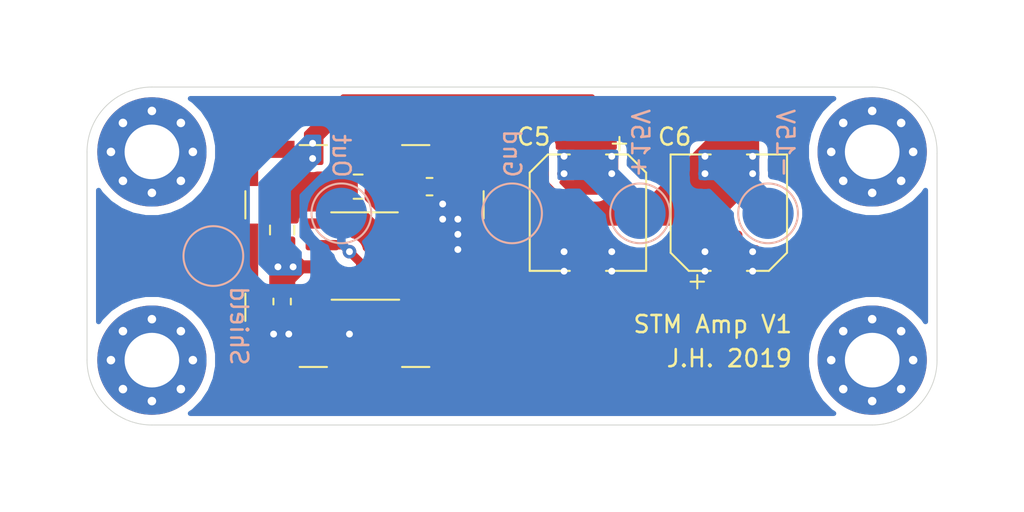
<source format=kicad_pcb>
(kicad_pcb (version 20240108) (generator "pcbnew") (generator_version "8.0")
  (layers (0 "F.Cu" signal) (31 "B.Cu" signal) (34 "B.Paste" user) (35 "F.Paste" user) (36 "B.SilkS" user "B.Silkscreen") (37 "F.SilkS" user "F.Silkscreen") (38 "B.Mask" user) (39 "F.Mask" user) (44 "Edge.Cuts" user))
  (net 0 "")
  (net 1 "GND")
  (net 2 "+15V")
  (net 3 "-15V")
  (net 4 "/in")
  (net 5 "/out")
  (footprint "Capacitor_SMD:CP_Elec_6.3x5.4" (layer "F.Cu") (at 116.845 122.575 -90)
    (property "Reference" "C5" (at -4.445 3.175 180) (layer "F.SilkS"))
    (property "Value" "22u")
    (fp_line (start -2.345563 3.41) (end 3.41 3.41) (stroke (width 0.12)) (layer "F.SilkS"))
    (fp_line (start 3.41 3.41) (end 3.41 1.06) (stroke (width 0.12)) (layer "F.SilkS"))
    (fp_line (start -3.41 2.345563) (end -2.345563 3.41) (stroke (width 0.12)) (layer "F.SilkS"))
    (fp_line (start -3.41 2.345563) (end -3.41 1.06) (stroke (width 0.12)) (layer "F.SilkS"))
    (fp_line (start -4.4375 -1.8475) (end -3.65 -1.8475) (stroke (width 0.12)) (layer "F.SilkS"))
    (fp_line (start -4.04375 -2.24125) (end -4.04375 -1.45375) (stroke (width 0.12)) (layer "F.SilkS"))
    (fp_line (start -3.41 -2.345563) (end -3.41 -1.06) (stroke (width 0.12)) (layer "F.SilkS"))
    (fp_line (start -3.41 -2.345563) (end -2.345563 -3.41) (stroke (width 0.12)) (layer "F.SilkS"))
    (fp_line (start -2.345563 -3.41) (end 3.41 -3.41) (stroke (width 0.12)) (layer "F.SilkS"))
    (fp_line (start 3.41 -3.41) (end 3.41 -1.06) (stroke (width 0.12)) (layer "F.SilkS"))
    (pad "1" smd roundrect (at -2.8 0 270) (size 3.5 1.6) (layers "F.Cu" "F.Paste" "F.Mask") (roundrect_rratio 0.15625) (net 2 "+15V"))
    (pad "2" smd roundrect (at 2.8 0 270) (size 3.5 1.6) (layers "F.Cu" "F.Paste" "F.Mask") (roundrect_rratio 0.15625) (net 1 "GND"))
  )
  (footprint "Capacitor_SMD:CP_Elec_6.3x5.4" (layer "F.Cu") (at 125.1 122.575 90)
    (property "Reference" "C6" (at 4.445 -3.175 180) (layer "F.SilkS"))
    (property "Value" "22u")
    (fp_line (start 3.41 -3.41) (end 3.41 -1.06) (stroke (width 0.12)) (layer "F.SilkS"))
    (fp_line (start -2.345563 -3.41) (end 3.41 -3.41) (stroke (width 0.12)) (layer "F.SilkS"))
    (fp_line (start -3.41 -2.345563) (end -2.345563 -3.41) (stroke (width 0.12)) (layer "F.SilkS"))
    (fp_line (start -3.41 -2.345563) (end -3.41 -1.06) (stroke (width 0.12)) (layer "F.SilkS"))
    (fp_line (start -4.04375 -2.24125) (end -4.04375 -1.45375) (stroke (width 0.12)) (layer "F.SilkS"))
    (fp_line (start -4.4375 -1.8475) (end -3.65 -1.8475) (stroke (width 0.12)) (layer "F.SilkS"))
    (fp_line (start -3.41 2.345563) (end -3.41 1.06) (stroke (width 0.12)) (layer "F.SilkS"))
    (fp_line (start -3.41 2.345563) (end -2.345563 3.41) (stroke (width 0.12)) (layer "F.SilkS"))
    (fp_line (start 3.41 3.41) (end 3.41 1.06) (stroke (width 0.12)) (layer "F.SilkS"))
    (fp_line (start -2.345563 3.41) (end 3.41 3.41) (stroke (width 0.12)) (layer "F.SilkS"))
    (pad "1" smd roundrect (at -2.8 0 90) (size 3.5 1.6) (layers "F.Cu" "F.Paste" "F.Mask") (roundrect_rratio 0.15625) (net 1 "GND"))
    (pad "2" smd roundrect (at 2.8 0 90) (size 3.5 1.6) (layers "F.Cu" "F.Paste" "F.Mask") (roundrect_rratio 0.15625) (net 3 "-15V"))
  )
  (footprint "MountingHole:MountingHole_3.2mm_M3_Pad_Via" (layer "F.Cu") (at 91.3 119.015)
    (property "Reference" "REF**" (hide yes))
    (property "Value" "MountingHole_3.2mm_M3_Pad_Via" (hide yes))
    (pad "1" thru_hole circle (at -2.4 0) (size 0.8 0.8) (drill 0.5) (layers "*.Cu" "*.Mask"))
    (pad "1" thru_hole circle (at -1.697056 -1.697056) (size 0.8 0.8) (drill 0.5) (layers "*.Cu" "*.Mask"))
    (pad "1" thru_hole circle (at -1.697056 1.697056) (size 0.8 0.8) (drill 0.5) (layers "*.Cu" "*.Mask"))
    (pad "1" thru_hole circle (at 0 -2.4) (size 0.8 0.8) (drill 0.5) (layers "*.Cu" "*.Mask"))
    (pad "1" thru_hole circle (at 0 0) (size 6.4 6.4) (drill 3.2) (layers "*.Cu" "*.Mask"))
    (pad "1" thru_hole circle (at 0 2.4) (size 0.8 0.8) (drill 0.5) (layers "*.Cu" "*.Mask"))
    (pad "1" thru_hole circle (at 1.697056 -1.697056) (size 0.8 0.8) (drill 0.5) (layers "*.Cu" "*.Mask"))
    (pad "1" thru_hole circle (at 1.697056 1.697056) (size 0.8 0.8) (drill 0.5) (layers "*.Cu" "*.Mask"))
    (pad "1" thru_hole circle (at 2.4 0) (size 0.8 0.8) (drill 0.5) (layers "*.Cu" "*.Mask"))
  )
  (footprint "MountingHole:MountingHole_3.2mm_M3_Pad_Via" (layer "F.Cu") (at 91.3 131.215)
    (property "Reference" "REF**" (hide yes))
    (property "Value" "MountingHole_3.2mm_M3_Pad_Via" (hide yes))
    (pad "1" thru_hole circle (at -2.4 0) (size 0.8 0.8) (drill 0.5) (layers "*.Cu" "*.Mask"))
    (pad "1" thru_hole circle (at -1.697056 -1.697056) (size 0.8 0.8) (drill 0.5) (layers "*.Cu" "*.Mask"))
    (pad "1" thru_hole circle (at -1.697056 1.697056) (size 0.8 0.8) (drill 0.5) (layers "*.Cu" "*.Mask"))
    (pad "1" thru_hole circle (at 0 -2.4) (size 0.8 0.8) (drill 0.5) (layers "*.Cu" "*.Mask"))
    (pad "1" thru_hole circle (at 0 0) (size 6.4 6.4) (drill 3.2) (layers "*.Cu" "*.Mask"))
    (pad "1" thru_hole circle (at 0 2.4) (size 0.8 0.8) (drill 0.5) (layers "*.Cu" "*.Mask"))
    (pad "1" thru_hole circle (at 1.697056 -1.697056) (size 0.8 0.8) (drill 0.5) (layers "*.Cu" "*.Mask"))
    (pad "1" thru_hole circle (at 1.697056 1.697056) (size 0.8 0.8) (drill 0.5) (layers "*.Cu" "*.Mask"))
    (pad "1" thru_hole circle (at 2.4 0) (size 0.8 0.8) (drill 0.5) (layers "*.Cu" "*.Mask"))
  )
  (footprint "MountingHole:MountingHole_3.2mm_M3_Pad_Via" (layer "F.Cu") (at 133.5 131.215)
    (property "Reference" "REF**" (hide yes))
    (property "Value" "MountingHole_3.2mm_M3_Pad_Via" (hide yes))
    (pad "1" thru_hole circle (at -2.4 0) (size 0.8 0.8) (drill 0.5) (layers "*.Cu" "*.Mask"))
    (pad "1" thru_hole circle (at -1.697056 -1.697056) (size 0.8 0.8) (drill 0.5) (layers "*.Cu" "*.Mask"))
    (pad "1" thru_hole circle (at -1.697056 1.697056) (size 0.8 0.8) (drill 0.5) (layers "*.Cu" "*.Mask"))
    (pad "1" thru_hole circle (at 0 -2.4) (size 0.8 0.8) (drill 0.5) (layers "*.Cu" "*.Mask"))
    (pad "1" thru_hole circle (at 0 0) (size 6.4 6.4) (drill 3.2) (layers "*.Cu" "*.Mask"))
    (pad "1" thru_hole circle (at 0 2.4) (size 0.8 0.8) (drill 0.5) (layers "*.Cu" "*.Mask"))
    (pad "1" thru_hole circle (at 1.697056 -1.697056) (size 0.8 0.8) (drill 0.5) (layers "*.Cu" "*.Mask"))
    (pad "1" thru_hole circle (at 1.697056 1.697056) (size 0.8 0.8) (drill 0.5) (layers "*.Cu" "*.Mask"))
    (pad "1" thru_hole circle (at 2.4 0) (size 0.8 0.8) (drill 0.5) (layers "*.Cu" "*.Mask"))
  )
  (footprint "MountingHole:MountingHole_3.2mm_M3_Pad_Via" (layer "F.Cu") (at 133.5 119.015)
    (property "Reference" "REF**" (hide yes))
    (property "Value" "MountingHole_3.2mm_M3_Pad_Via" (hide yes))
    (pad "1" thru_hole circle (at -2.4 0) (size 0.8 0.8) (drill 0.5) (layers "*.Cu" "*.Mask"))
    (pad "1" thru_hole circle (at -1.697056 -1.697056) (size 0.8 0.8) (drill 0.5) (layers "*.Cu" "*.Mask"))
    (pad "1" thru_hole circle (at -1.697056 1.697056) (size 0.8 0.8) (drill 0.5) (layers "*.Cu" "*.Mask"))
    (pad "1" thru_hole circle (at 0 -2.4) (size 0.8 0.8) (drill 0.5) (layers "*.Cu" "*.Mask"))
    (pad "1" thru_hole circle (at 0 0) (size 6.4 6.4) (drill 3.2) (layers "*.Cu" "*.Mask"))
    (pad "1" thru_hole circle (at 0 2.4) (size 0.8 0.8) (drill 0.5) (layers "*.Cu" "*.Mask"))
    (pad "1" thru_hole circle (at 1.697056 -1.697056) (size 0.8 0.8) (drill 0.5) (layers "*.Cu" "*.Mask"))
    (pad "1" thru_hole circle (at 1.697056 1.697056) (size 0.8 0.8) (drill 0.5) (layers "*.Cu" "*.Mask"))
    (pad "1" thru_hole circle (at 2.4 0) (size 0.8 0.8) (drill 0.5) (layers "*.Cu" "*.Mask"))
  )
  (footprint "TestPoint:TestPoint_Pad_2.5x2.5mm" (layer "F.Cu") (at 116.21 131.465)
    (property "Reference" "TIP1" (hide yes))
    (property "Value" "IN" (hide yes))
    (pad "1" smd rect (at 0 0) (size 2.5 2.5) (layers "F.Cu" "F.Mask") (net 4 "/in"))
  )
  (footprint "Capacitor_SMD:C_0805_2012Metric_Pad1.15x1.40mm_HandSolder" (layer "F.Cu") (at 98.93 123.591 90)
    (property "Reference" "C3" (hide yes))
    (property "Value" "1u")
    (fp_line (start -0.261252 -0.71) (end 0.261252 -0.71) (stroke (width 0.12)) (layer "F.SilkS"))
    (fp_line (start -0.261252 0.71) (end 0.261252 0.71) (stroke (width 0.12)) (layer "F.SilkS"))
    (pad "1" smd roundrect (at -1.025 0 90) (size 1.15 1.4) (layers "F.Cu" "F.Paste" "F.Mask") (roundrect_rratio 0.217391) (net 2 "+15V"))
    (pad "2" smd roundrect (at 1.025 0 90) (size 1.15 1.4) (layers "F.Cu" "F.Paste" "F.Mask") (roundrect_rratio 0.217391) (net 1 "GND"))
  )
  (footprint "RF_Shielding:Laird_Technologies_BMI-S-101_13.66x12.70mm" (layer "F.Cu") (at 103.756 125.115 90)
    (property "Reference" "J1" (hide yes))
    (property "Value" "RF_Shield_Two_Pieces")
    (fp_line (start 2.2 -6.98) (end 3.8 -6.98) (stroke (width 0.12)) (layer "F.SilkS"))
    (fp_line (start -3.8 -6.98) (end -2.2 -6.98) (stroke (width 0.12)) (layer "F.SilkS"))
    (fp_line (start 6.5 -3.8) (end 6.5 -2.2) (stroke (width 0.12)) (layer "F.SilkS"))
    (fp_line (start -6.5 -3.8) (end -6.5 -2.2) (stroke (width 0.12)) (layer "F.SilkS"))
    (fp_line (start 6.5 2.2) (end 6.5 3.8) (stroke (width 0.12)) (layer "F.SilkS"))
    (fp_line (start -6.5 2.2) (end -6.5 3.8) (stroke (width 0.12)) (layer "F.SilkS"))
    (fp_line (start 2.2 6.98) (end 3.8 6.98) (stroke (width 0.12)) (layer "F.SilkS"))
    (pad "1" smd rect (at -6.25 -6.73 90) (size 1 1) (layers "F.Cu" "F.Paste" "F.Mask") (net 1 "GND"))
    (pad "1" smd rect (at -6.25 -5.165 90) (size 1 2.13) (layers "F.Cu" "F.Paste" "F.Mask") (net 1 "GND"))
    (pad "1" smd rect (at -6.25 0 90) (size 1 3.8) (layers "F.Cu" "F.Paste" "F.Mask") (net 1 "GND"))
    (pad "1" smd rect (at -6.25 5.165 90) (size 1 2.13) (layers "F.Cu" "F.Paste" "F.Mask") (net 1 "GND"))
    (pad "1" smd rect (at -6.25 6.73 90) (size 1 1) (layers "F.Cu" "F.Paste" "F.Mask") (net 1 "GND"))
    (pad "1" smd rect (at -4.925 -6.73 90) (size 1.65 1) (layers "F.Cu" "F.Paste" "F.Mask") (net 1 "GND"))
    (pad "1" smd rect (at -4.925 6.73 90) (size 1.65 1) (layers "F.Cu" "F.Paste" "F.Mask") (net 1 "GND"))
    (pad "1" smd rect (at 0 -6.73 90) (size 3.8 1) (layers "F.Cu" "F.Paste" "F.Mask") (net 1 "GND"))
    (pad "1" smd rect (at 0 6.73 90) (size 3.8 1) (layers "F.Cu" "F.Paste" "F.Mask") (net 1 "GND"))
    (pad "1" smd rect (at 4.925 -6.73 90) (size 1.65 1) (layers "F.Cu" "F.Paste" "F.Mask") (net 1 "GND"))
    (pad "1" smd rect (at 4.925 6.73 90) (size 1.65 1) (layers "F.Cu" "F.Paste" "F.Mask") (net 1 "GND"))
    (pad "1" smd rect (at 6.25 -6.73 90) (size 1 1) (layers "F.Cu" "F.Paste" "F.Mask") (net 1 "GND"))
    (pad "1" smd rect (at 6.25 -5.165 90) (size 1 2.13) (layers "F.Cu" "F.Paste" "F.Mask") (net 1 "GND"))
    (pad "1" smd rect (at 6.25 0 90) (size 1 3.8) (layers "F.Cu" "F.Paste" "F.Mask") (net 1 "GND"))
    (pad "1" smd rect (at 6.25 5.165 90) (size 1 2.13) (layers "F.Cu" "F.Paste" "F.Mask") (net 1 "GND"))
    (pad "1" smd rect (at 6.25 6.73 90) (size 1 1) (layers "F.Cu" "F.Paste" "F.Mask") (net 1 "GND"))
  )
  (footprint "custom:SOIC-8_3.9x4.9mm_P1.27mm" (layer "F.Cu") (at 103.756 125.115 180)
    (property "Reference" "U1" (hide yes))
    (property "Value" "ADA4637-1")
    (fp_line (start 1.926 -2.56) (end -2.032 -2.56) (stroke (width 0.12)) (layer "F.SilkS"))
    (fp_line (start 0 2.56) (end 1.95 2.56) (stroke (width 0.12)) (layer "F.SilkS"))
    (fp_line (start 0 2.56) (end -1.95 2.56) (stroke (width 0.12)) (layer "F.SilkS"))
    (pad "2" smd roundrect (at -2.475 -0.635 180) (size 1.95 0.6) (layers "F.Cu" "F.Paste" "F.Mask") (net 4 "/in"))
    (pad "3" smd roundrect (at -2.475 0.635 180) (size 1.95 0.6) (layers "F.Cu" "F.Paste" "F.Mask") (net 1 "GND"))
    (pad "4" smd roundrect (at -2.475 1.905 180) (size 1.95 0.6) (layers "F.Cu" "F.Paste" "F.Mask") (net 3 "-15V"))
    (pad "5" smd roundrect (at 2.475 1.905 180) (size 1.95 0.6) (layers "F.Cu" "F.Paste" "F.Mask"))
    (pad "6" smd roundrect (at 2.475 0.635 180) (size 1.95 0.6) (layers "F.Cu" "F.Paste" "F.Mask") (net 5 "/out"))
    (pad "7" smd roundrect (at 2.475 -0.635 180) (size 1.95 0.6) (layers "F.Cu" "F.Paste" "F.Mask") (net 2 "+15V"))
    (pad "8" smd roundrect (at 2.475 -1.905 180) (size 1.95 0.6) (layers "F.Cu" "F.Paste" "F.Mask"))
  )
  (footprint "Capacitor_SMD:C_0805_2012Metric_Pad1.15x1.40mm_HandSolder" (layer "F.Cu") (at 103.383 121.051)
    (property "Reference" "C4" (hide yes))
    (property "Value" "1u")
    (fp_line (start -0.261252 -0.71) (end 0.261252 -0.71) (stroke (width 0.12)) (layer "F.SilkS"))
    (fp_line (start -0.261252 0.71) (end 0.261252 0.71) (stroke (width 0.12)) (layer "F.SilkS"))
    (pad "1" smd roundrect (at -1.025 0) (size 1.15 1.4) (layers "F.Cu" "F.Paste" "F.Mask") (roundrect_rratio 0.217391) (net 1 "GND"))
    (pad "2" smd roundrect (at 1.025 0) (size 1.15 1.4) (layers "F.Cu" "F.Paste" "F.Mask") (roundrect_rratio 0.217391) (net 3 "-15V"))
  )
  (footprint "Capacitor_SMD:C_0603_1608Metric_Pad1.05x0.95mm_HandSolder" (layer "F.Cu") (at 98.93 127.782 -90)
    (property "Reference" "C1" (hide yes))
    (property "Value" "47n")
    (fp_line (start -0.171267 0.51) (end 0.171267 0.51) (stroke (width 0.12)) (layer "F.SilkS"))
    (fp_line (start -0.171267 -0.51) (end 0.171267 -0.51) (stroke (width 0.12)) (layer "F.SilkS"))
    (pad "1" smd roundrect (at -0.875 0 270) (size 1.05 0.95) (layers "F.Cu" "F.Paste" "F.Mask") (net 2 "+15V"))
    (pad "2" smd roundrect (at 0.875 0 270) (size 1.05 0.95) (layers "F.Cu" "F.Paste" "F.Mask") (net 1 "GND"))
  )
  (footprint "Resistor_SMD:R_1206_3216Metric_Pad1.42x1.75mm_HandSolder" (layer "F.Cu") (at 106.296 129.179)
    (property "Reference" "R1" (hide yes))
    (property "Value" "100M")
    (pad "1" smd roundrect (at -1.4875 0) (size 1.425 1.75) (layers "F.Cu" "F.Paste" "F.Mask") (roundrect_rratio 0.175439) (net 5 "/out"))
    (pad "2" smd roundrect (at 1.4875 0) (size 1.425 1.75) (layers "F.Cu" "F.Paste" "F.Mask") (roundrect_rratio 0.175439) (net 4 "/in"))
  )
  (footprint "Capacitor_SMD:C_0603_1608Metric_Pad1.05x0.95mm_HandSolder" (layer "F.Cu") (at 107.566 121.051 180)
    (property "Reference" "C2" (hide yes))
    (property "Value" "47n")
    (fp_line (start -0.171267 0.51) (end 0.171267 0.51) (stroke (width 0.12)) (layer "F.SilkS"))
    (fp_line (start -0.171267 -0.51) (end 0.171267 -0.51) (stroke (width 0.12)) (layer "F.SilkS"))
    (pad "1" smd roundrect (at -0.875 0 180) (size 1.05 0.95) (layers "F.Cu" "F.Paste" "F.Mask") (net 1 "GND"))
    (pad "2" smd roundrect (at 0.875 0 180) (size 1.05 0.95) (layers "F.Cu" "F.Paste" "F.Mask") (net 3 "-15V"))
  )
  (footprint "TestPoint:TestPoint_Pad_D3.0mm" (layer "B.Cu") (at 112.4 122.615)
    (property "Reference" "TP4" (hide yes))
    (property "Value" "IN")
    (fp_circle (center 0 0) (end 0 -1.75) (stroke (width 0.12)) (fill none) (layer "B.SilkS"))
    (pad "1" smd circle (at 0 0) (size 3 3) (layers "B.Cu" "B.Mask") (net 1 "GND"))
  )
  (footprint "TestPoint:TestPoint_Pad_D3.0mm" (layer "B.Cu") (at 119.9 122.615)
    (property "Reference" "TP3" (hide yes))
    (property "Value" "IN")
    (fp_circle (center 0 0) (end 0 -1.75) (stroke (width 0.12)) (fill none) (layer "B.SilkS"))
    (pad "1" smd circle (at 0 0) (size 3 3) (layers "B.Cu" "B.Mask") (net 2 "+15V"))
  )
  (footprint "TestPoint:TestPoint_Pad_D3.0mm" (layer "B.Cu") (at 127.4 122.615)
    (property "Reference" "TP5" (hide yes))
    (property "Value" "IN")
    (fp_circle (center 0 0) (end 0 -1.75) (stroke (width 0.12)) (fill none) (layer "B.SilkS"))
    (pad "1" smd circle (at 0 0) (size 3 3) (layers "B.Cu" "B.Mask") (net 3 "-15V"))
  )
  (footprint "TestPoint:TestPoint_Pad_D3.0mm" (layer "B.Cu") (at 102.4 122.615)
    (property "Reference" "TP2" (hide yes))
    (property "Value" "IN")
    (fp_circle (center 0 0) (end 0 -1.75) (stroke (width 0.12)) (fill none) (layer "B.SilkS"))
    (pad "1" smd circle (at 0 0) (size 3 3) (layers "B.Cu" "B.Mask") (net 5 "/out"))
  )
  (footprint "TestPoint:TestPoint_Pad_D3.0mm" (layer "B.Cu") (at 94.9 125.115)
    (property "Reference" "TP6" (hide yes))
    (property "Value" "IN")
    (fp_circle (center 0 0) (end 0 -1.75) (stroke (width 0.12)) (fill none) (layer "B.SilkS"))
    (pad "1" smd circle (at 0 0) (size 3 3) (layers "B.Cu" "B.Mask") (net 1 "GND"))
  )
  (gr_line (start 87.5 119.015) (end 87.5 131.215) (stroke (width 0.05)) (layer "Edge.Cuts"))
  (gr_line (start 91.3 135.015) (end 133.5 135.015) (stroke (width 0.05)) (layer "Edge.Cuts"))
  (gr_line (start 137.3 131.215) (end 137.3 119.115) (stroke (width 0.05)) (layer "Edge.Cuts"))
  (gr_line (start 133.5 115.213684) (end 91.3 115.215) (stroke (width 0.05)) (layer "Edge.Cuts"))
  (gr_arc (start 137.3 131.215) (mid 136.187006 133.902006) (end 133.5 135.015) (stroke (width 0.05)) (layer "Edge.Cuts"))
  (gr_arc (start 133.5 115.213684) (mid 136.223062 116.362655) (end 137.3 119.115) (stroke (width 0.05)) (layer "Edge.Cuts"))
  (gr_arc (start 91.3 135.015) (mid 88.612994 133.902006) (end 87.5 131.215) (stroke (width 0.05)) (layer "Edge.Cuts"))
  (gr_arc (start 87.5 119.015) (mid 88.612994 116.327994) (end 91.3 115.215) (stroke (width 0.05)) (layer "Edge.Cuts"))
  (gr_text "Gnd" (at 112.4 120.615 270) (layer "B.SilkS") (effects (font (size 1 1)) (justify left mirror)))
  (gr_text "+15V" (at 119.9 120.615 270) (layer "B.SilkS") (effects (font (size 1 1)) (justify left mirror)))
  (gr_text "-15V" (at 128.4 120.615 270) (layer "B.SilkS") (effects (font (size 1 1)) (justify left mirror)))
  (gr_text "Shield" (at 96.4 131.615 270) (layer "B.SilkS") (effects (font (size 1 1)) (justify left mirror)))
  (gr_text "Out" (at 102.4 120.615 270) (layer "B.SilkS") (effects (font (size 1 1)) (justify left mirror)))
  (gr_text "J.H. 2019" (at 128.9 131.115 0) (layer "F.SilkS") (effects (font (size 1 1)) (justify right)))
  (gr_text "STM Amp V1" (at 128.9 129.115 0) (layer "F.SilkS") (effects (font (size 1 1)) (justify right)))
  (segment (start 118.4325 133.6875) (end 118.75 133.37) (width 0.3) (layer "F.Cu") (net 1))
  (segment (start 113.9875 133.6875) (end 114.305 134.005) (width 0.3) (layer "F.Cu") (net 1))
  (segment (start 118.4325 129.2425) (end 118.115 128.925) (width 0.3) (layer "F.Cu") (net 1))
  (segment (start 118.75 131.465) (end 118.75 129.56) (width 0.3) (layer "F.Cu") (net 1))
  (segment (start 116.21 134.005) (end 116.21 134.005) (width 0.3) (layer "F.Cu") (net 1))
  (segment (start 113.67 131.465) (end 113.67 133.37) (width 0.3) (layer "F.Cu") (net 1))
  (segment (start 116.21 128.925) (end 114.94 128.925) (width 0.3) (layer "F.Cu") (net 1))
  (segment (start 116.21 134.005) (end 118.115 134.005) (width 0.3) (layer "F.Cu") (net 1))
  (segment (start 116.21 128.925) (end 116.21 128.925) (width 0.3) (layer "F.Cu") (net 1))
  (segment (start 113.289 127.274) (end 111.257 127.274) (width 0.3) (layer "F.Cu") (net 1))
  (segment (start 112.4 128.925) (end 112.4 128.925) (width 0.3) (layer "F.Cu") (net 1))
  (segment (start 107.103 130.912) (end 106.304 130.113) (width 0.3) (layer "F.Cu") (net 1))
  (segment (start 106.812 127.453) (end 106.812 127.274) (width 0.3) (layer "F.Cu") (net 1))
  (segment (start 111.249 127.266) (end 110.9395 126.9565) (width 0.3) (layer "F.Cu") (net 1))
  (segment (start 118.115 134.005) (end 118.4325 133.6875) (width 0.3) (layer "F.Cu") (net 1))
  (segment (start 113.289 127.274) (end 113.289 127.274) (width 0.3) (layer "F.Cu") (net 1))
  (segment (start 112.4 128.925) (end 113.67 130.195) (width 0.3) (layer "F.Cu") (net 1))
  (segment (start 104.526 125.369) (end 105.415 124.48) (width 0.3) (layer "F.Cu") (net 1))
  (segment (start 109.606 126.258) (end 110.241 126.258) (width 0.3) (layer "F.Cu") (net 1))
  (segment (start 108.921 131.365) (end 107.556 131.365) (width 0.3) (layer "F.Cu") (net 1))
  (segment (start 106.304 130.113) (end 106.304 128.163) (width 0.3) (layer "F.Cu") (net 1))
  (segment (start 113.67 133.37) (end 113.9875 133.6875) (width 0.3) (layer "F.Cu") (net 1))
  (segment (start 110.486 126.503) (end 110.486 125.115) (width 0.3) (layer "F.Cu") (net 1))
  (segment (start 106.431 126.893) (end 105.288 126.893) (width 0.3) (layer "F.Cu") (net 1))
  (segment (start 118.115 128.925) (end 116.21 128.925) (width 0.3) (layer "F.Cu") (net 1))
  (segment (start 114.305 134.005) (end 116.21 134.005) (width 0.3) (layer "F.Cu") (net 1))
  (segment (start 118.75 129.56) (end 118.4325 129.2425) (width 0.3) (layer "F.Cu") (net 1))
  (segment (start 107.556 131.365) (end 107.103 130.912) (width 0.3) (layer "F.Cu") (net 1))
  (segment (start 104.526 126.131) (end 104.526 125.369) (width 0.3) (layer "F.Cu") (net 1))
  (segment (start 118.75 133.37) (end 118.75 131.465) (width 0.3) (layer "F.Cu") (net 1))
  (segment (start 106.304 128.163) (end 106.812 127.655) (width 0.3) (layer "F.Cu") (net 1))
  (segment (start 111.257 128.925) (end 112.4 128.925) (width 0.3) (layer "F.Cu") (net 1))
  (segment (start 106.812 127.274) (end 106.431 126.893) (width 0.3) (layer "F.Cu") (net 1))
  (segment (start 105.288 126.893) (end 104.526 126.131) (width 0.3) (layer "F.Cu") (net 1))
  (segment (start 110.9395 126.9565) (end 110.486 126.503) (width 0.3) (layer "F.Cu") (net 1))
  (segment (start 110.486 130.04) (end 110.486 129.696) (width 0.3) (layer "F.Cu") (net 1))
  (segment (start 105.415 124.48) (end 106.231 124.48) (width 0.3) (layer "F.Cu") (net 1))
  (segment (start 106.812 127.655) (end 106.812 127.453) (width 0.3) (layer "F.Cu") (net 1))
  (segment (start 106.231 124.48) (end 107.828 124.48) (width 0.3) (layer "F.Cu") (net 1))
  (segment (start 114.94 128.925) (end 113.289 127.274) (width 0.3) (layer "F.Cu") (net 1))
  (segment (start 110.486 129.696) (end 111.257 128.925) (width 0.3) (layer "F.Cu") (net 1))
  (segment (start 110.241 126.258) (end 110.9395 126.9565) (width 0.3) (layer "F.Cu") (net 1))
  (segment (start 111.257 127.274) (end 111.249 127.266) (width 0.3) (layer "F.Cu") (net 1))
  (segment (start 113.67 130.195) (end 113.67 131.465) (width 0.3) (layer "F.Cu") (net 1))
  (segment (start 107.828 124.48) (end 109.606 126.258) (width 0.3) (layer "F.Cu") (net 1))
  (via (at 115.448 124.861) (size 0.8) (drill 0.4) (layers "F.Cu" "B.Cu") (net 1))
  (via (at 115.448 126.004) (size 0.8) (drill 0.4) (layers "F.Cu" "B.Cu") (net 1))
  (via (at 118.242 126.004) (size 0.8) (drill 0.4) (layers "F.Cu" "B.Cu") (net 1))
  (via (at 118.242 124.861) (size 0.8) (drill 0.4) (layers "F.Cu" "B.Cu") (net 1))
  (via (at 123.703 124.861) (size 0.8) (drill 0.4) (layers "F.Cu" "B.Cu") (net 1))
  (via (at 108.336 122.956) (size 0.8) (drill 0.4) (layers "F.Cu" "B.Cu") (net 1))
  (via (at 109.225 124.734) (size 0.8) (drill 0.4) (layers "F.Cu" "B.Cu") (net 1))
  (via (at 109.225 122.956) (size 0.8) (drill 0.4) (layers "F.Cu" "B.Cu") (net 1))
  (via (at 126.497 126.004) (size 0.8) (drill 0.4) (layers "F.Cu" "B.Cu") (net 1))
  (via (at 126.497 124.861) (size 0.8) (drill 0.4) (layers "F.Cu" "B.Cu") (net 1))
  (via (at 109.225 123.845) (size 0.8) (drill 0.4) (layers "F.Cu" "B.Cu") (net 1))
  (via (at 98.43 129.687) (size 0.8) (drill 0.4) (layers "F.Cu" "B.Cu") (net 1))
  (via (at 102.875 129.687) (size 0.8) (drill 0.4) (layers "F.Cu" "B.Cu") (net 1))
  (via (at 108.336 122.067) (size 0.8) (drill 0.4) (layers "F.Cu" "B.Cu") (net 1))
  (via (at 99.319 129.687) (size 0.8) (drill 0.4) (layers "F.Cu" "B.Cu") (net 1))
  (via (at 123.703 126.004) (size 0.8) (drill 0.4) (layers "F.Cu" "B.Cu") (net 1))
  (via (at 118.242 120.289) (size 0.8) (drill 0.4) (layers "F.Cu" "B.Cu") (net 2))
  (via (at 115.448 120.289) (size 0.8) (drill 0.4) (layers "F.Cu" "B.Cu") (net 2))
  (via (at 115.448 119.273) (size 0.8) (drill 0.4) (layers "F.Cu" "B.Cu") (net 2))
  (via (at 118.242 119.273) (size 0.8) (drill 0.4) (layers "F.Cu" "B.Cu") (net 2))
  (via (at 99.573 125.75) (size 0.8) (drill 0.4) (layers "F.Cu" "B.Cu") (net 2))
  (via (at 100.716 118.511) (size 0.8) (drill 0.4) (layers "F.Cu" "B.Cu") (net 2))
  (via (at 98.684 125.75) (size 0.8) (drill 0.4) (layers "F.Cu" "B.Cu") (net 2))
  (via (at 100.716 119.4) (size 0.8) (drill 0.4) (layers "F.Cu" "B.Cu") (net 2))
  (via (at 123.703 119.273) (size 0.8) (drill 0.4) (layers "F.Cu" "B.Cu") (net 3))
  (via (at 123.703 120.289) (size 0.8) (drill 0.4) (layers "F.Cu" "B.Cu") (net 3))
  (via (at 126.497 119.273) (size 0.8) (drill 0.4) (layers "F.Cu" "B.Cu") (net 3))
  (via (at 126.497 120.289) (size 0.8) (drill 0.4) (layers "F.Cu" "B.Cu") (net 3))
  (segment (start 107.701 125.75) (end 106.231 125.75) (width 0.2) (layer "F.Cu") (net 4))
  (segment (start 108.9265 128.036) (end 107.7835 129.179) (width 0.2) (layer "F.Cu") (net 4))
  (segment (start 108.9265 126.9755) (end 107.701 125.75) (width 0.2) (layer "F.Cu") (net 4))
  (segment (start 116.21 131.465) (end 112.781 128.036) (width 0.2) (layer "F.Cu") (net 4))
  (segment (start 108.9265 128.036) (end 108.9265 126.9755) (width 0.2) (layer "F.Cu") (net 4))
  (segment (start 112.781 128.036) (end 108.9265 128.036) (width 0.2) (layer "F.Cu") (net 4))
  (segment (start 103.51 127.8805) (end 104.8085 129.179) (width 0.5) (layer "F.Cu") (net 5))
  (segment (start 102.875 124.861) (end 103.51 125.496) (width 0.5) (layer "F.Cu") (net 5))
  (segment (start 103.51 125.496) (end 103.51 127.8805) (width 0.5) (layer "F.Cu") (net 5))
  (segment (start 102.875 124.861) (end 102.494 124.48) (width 0.5) (layer "F.Cu") (net 5))
  (segment (start 102.494 124.48) (end 101.281 124.48) (width 0.5) (layer "F.Cu") (net 5))
  (via (at 102.875 124.861) (size 0.8) (drill 0.4) (layers "F.Cu" "B.Cu") (net 5))
  (segment (start 102.4 124.386) (end 102.4 122.615) (width 0.5) (layer "B.Cu") (net 5))
  (segment (start 102.875 124.861) (end 102.4 124.386) (width 0.5) (layer "B.Cu") (net 5))
  (zone (net 2) (net_name "+15V") (layer "F.Cu") (connect_pads yes (clearance 0.25)) (min_thickness 0.3) (fill yes (thermal_gap 0.508) (thermal_bridge_width 0.508))
    (polygon (pts (xy 102.24 126.131) (xy 102.24 125.369) (xy 100.208 125.369) (xy 99.7 124.861) (xy 99.7 123.972) (xy 98.176 123.972) (xy 98.176 127.528) (xy 99.7 127.528) (xy 99.7 126.639) (xy 100.208 126.131)))
  )
  (zone (net 1) (net_name "GND") (layer "F.Cu") (priority 3) (connect_pads yes (clearance 0.4)) (min_thickness 0.3) (fill yes (thermal_gap 0.508) (thermal_bridge_width 0.508))
    (polygon (pts (xy 115.067 124.48) (xy 118.623 124.48) (xy 118.623 126.385) (xy 115.067 126.385)))
  )
  (zone (net 2) (net_name "+15V") (layer "F.Cu") (priority 5) (connect_pads yes (clearance 0.4)) (min_thickness 0.3) (fill yes (thermal_gap 0.508) (thermal_bridge_width 0.508))
    (polygon (pts (xy 115.067 118.892) (xy 118.623 118.892) (xy 118.623 120.67) (xy 115.067 120.67)))
  )
  (zone (net 3) (net_name "-15V") (layer "F.Cu") (priority 4) (connect_pads yes (clearance 0.4)) (min_thickness 0.3) (fill yes (thermal_gap 0.508) (thermal_bridge_width 0.508))
    (polygon (pts (xy 114.559 118.638) (xy 114.559 120.797) (xy 115.575 121.813) (xy 120.274 121.813) (xy 124.211 117.876) (xy 126.878 117.876) (xy 126.878 118.892) (xy 126.878 120.67) (xy 124.211 123.337) (xy 112.273 123.337) (xy 111.257 122.321) (xy 111.384 118.003) (xy 107.574 118.003) (xy 107.574 123.591) (xy 105.542 123.591) (xy 103.764 121.813) (xy 103.764 120.162) (xy 105.923 120.162) (xy 105.923 118.003) (xy 106.685 117.241) (xy 113.162 117.241)))
  )
  (zone (net 1) (net_name "GND") (layer "F.Cu") (priority 3) (connect_pads yes (clearance 0.4)) (min_thickness 0.3) (fill yes (thermal_gap 0.508) (thermal_bridge_width 0.508))
    (polygon (pts (xy 98.176 123.21) (xy 98.176 120.162) (xy 103.51 120.162) (xy 103.51 122.067) (xy 105.542 124.099) (xy 106.304 124.099) (xy 106.304 124.734) (xy 105.288 124.734) (xy 104.526 125.496) (xy 102.113 125.496) (xy 99.827 123.21)))
  )
  (zone (net 1) (net_name "GND") (layer "F.Cu") (priority 3) (connect_pads yes (clearance 0.25)) (min_thickness 0.3) (fill yes (thermal_gap 0.508) (thermal_bridge_width 0.508))
    (polygon (pts (xy 105.288 124.607) (xy 105.288 124.099) (xy 107.447 124.099) (xy 107.828 123.718) (xy 107.828 120.289) (xy 109.098 120.289) (xy 109.098 121.813) (xy 110.622 123.337) (xy 110.622 126.258) (xy 109.479 126.258) (xy 107.828 124.607)))
  )
  (zone (net 2) (net_name "+15V") (layer "F.Cu") (priority 3) (connect_pads yes (clearance 0.4)) (min_thickness 0.25) (fill yes (thermal_gap 0.508) (thermal_bridge_width 0.508))
    (polygon (pts (xy 100.208 119.781) (xy 101.351 119.781) (xy 101.351 118.257) (xy 101.732 117.876) (xy 112.781 117.876) (xy 112.781 121.94) (xy 118.623 121.94) (xy 118.496 116.987) (xy 116.21 114.701) (xy 103.383 114.701) (xy 100.208 117.876)))
  )
  (zone (net 1) (net_name "GND") (layer "F.Cu") (connect_pads yes (clearance 0.4)) (min_thickness 0.3) (fill yes (thermal_gap 0.508) (thermal_bridge_width 0.508))
    (polygon (pts (xy 104.526 127.909) (xy 98.049 127.909) (xy 98.049 130.322) (xy 104.526 130.322)))
  )
  (zone (net 1) (net_name "GND") (layer "F.Cu") (priority 3) (connect_pads yes (clearance 0.4)) (min_thickness 0.3) (fill yes (thermal_gap 0.508) (thermal_bridge_width 0.508))
    (polygon (pts (xy 123.322 124.48) (xy 126.878 124.48) (xy 126.878 126.385) (xy 123.322 126.385)))
  )
  (zone (net 2) (net_name "+15V") (layer "B.Cu") (priority 1) (connect_pads yes (clearance 0.5)) (min_thickness 0.25) (fill yes (thermal_gap 0.508) (thermal_bridge_width 0.508))
    (polygon (pts (xy 115.059694 118.884694) (xy 118.615694 118.884694) (xy 118.615694 120.035) (xy 119.893 121.305) (xy 119.758694 123.329694) (xy 119.258 123.329694) (xy 116.591 120.662694) (xy 115.059694 120.662694)))
  )
  (zone (net 2) (net_name "+15V") (layer "B.Cu") (priority 2) (connect_pads yes (clearance 0.4)) (min_thickness 0.25) (fill yes (thermal_gap 0.508) (thermal_bridge_width 0.508))
    (polygon (pts (xy 97.541 120.797) (xy 97.541 125.623) (xy 98.176 126.258) (xy 100.081 126.258) (xy 100.081 124.861) (xy 99.446 124.226) (xy 99.446 121.305) (xy 101.224 119.527) (xy 101.224 118.003) (xy 100.335 118.003)))
  )
  (zone (net 1) (net_name "GND") (layer "B.Cu") (connect_pads yes (clearance 0.5)) (min_thickness 0.3) (fill yes (thermal_gap 0.508) (thermal_bridge_width 0.508))
    (polygon (pts (xy 82.4 110.115) (xy 142.4 110.115) (xy 142.4 140.115) (xy 82.4 140.115)))
  )
  (zone (net 3) (net_name "-15V") (layer "B.Cu") (priority 1) (connect_pads yes (clearance 0.5)) (min_thickness 0.25) (fill yes (thermal_gap 0.508) (thermal_bridge_width 0.508))
    (polygon (pts (xy 123.322 118.892) (xy 126.878 118.892) (xy 126.878 120.67) (xy 128.021 121.813) (xy 128.021 123.337) (xy 126.878 123.337) (xy 124.211 120.67) (xy 123.322 120.67)))
  )
)
</source>
